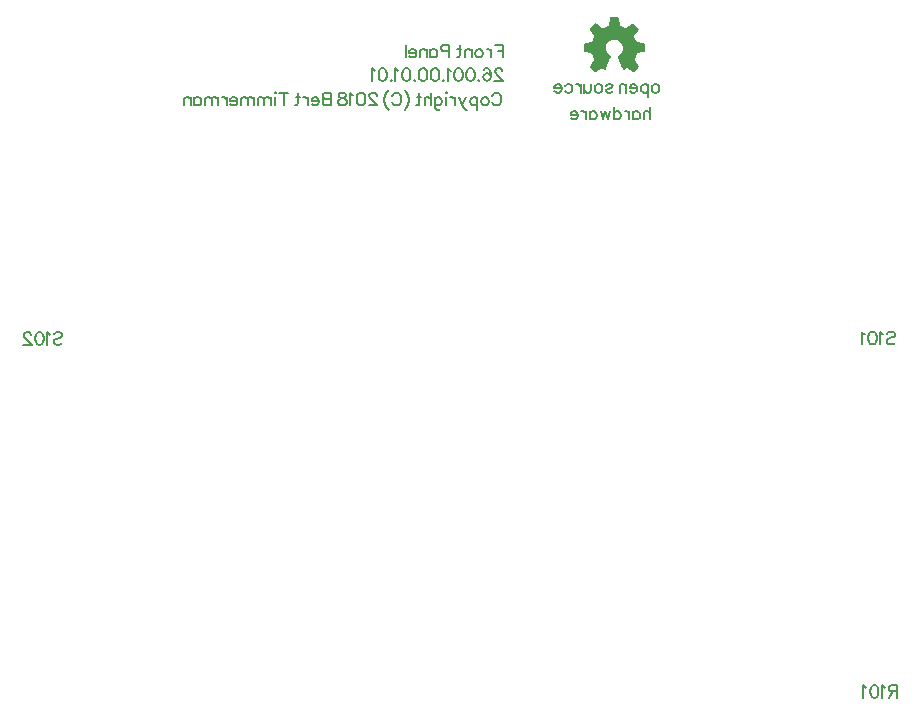
<source format=gbo>
G04 start of page 10 for group -4078 idx -4078 *
G04 Title: 26.001.00.01.01.pcb, bottomsilk *
G04 Creator: pcb 4.1.2 *
G04 CreationDate: Sat Aug 11 09:36:15 2018 UTC *
G04 For: bert *
G04 Format: Gerber/RS-274X *
G04 PCB-Dimensions (mil): 3937.01 5905.51 *
G04 PCB-Coordinate-Origin: lower left *
%MOIN*%
%FSLAX25Y25*%
%LNGBO*%
%ADD57C,0.0080*%
%ADD56C,0.0001*%
G54D56*G36*
X197304Y523131D02*X199881D01*
X199964Y523098D01*
X200011Y523022D01*
X200060Y522783D01*
X200104Y522561D01*
X200495Y520430D01*
X200542Y520342D01*
X200625Y520283D01*
X200728Y520239D01*
X201518Y519969D01*
X202268Y519611D01*
X202274D01*
X202361Y519572D01*
X202458Y519559D01*
X202556Y519589D01*
X204329Y520809D01*
X204520Y520933D01*
X204721Y521070D01*
X204807Y521094D01*
X204889Y521059D01*
X205220Y520728D01*
X205724Y520228D01*
X205882Y520065D01*
X206381Y519568D01*
X206543Y519411D01*
X206711Y519237D01*
X206750Y519152D01*
X206728Y519063D01*
X206592Y518861D01*
X206463Y518672D01*
X205274Y516935D01*
X205242Y516844D01*
X205257Y516746D01*
X205302Y516648D01*
X205985Y515041D01*
X206022Y514950D01*
X206085Y514872D01*
X206175Y514826D01*
X208214Y514444D01*
X208438Y514402D01*
X208681Y514359D01*
X208756Y514311D01*
X208785Y514228D01*
Y511652D01*
X208756Y511563D01*
X208681Y511515D01*
X208438Y511472D01*
X208214Y511430D01*
X206235Y511061D01*
X206147Y511013D01*
X206093Y510930D01*
X206065Y510870D01*
Y510859D01*
X205350Y509085D01*
X205345Y509074D01*
X205328Y509030D01*
X205311Y508930D01*
X205339Y508835D01*
X206468Y507204D01*
X206592Y507013D01*
X206733Y506811D01*
X206752Y506726D01*
X206711Y506644D01*
X206543Y506465D01*
X206381Y506307D01*
X205063Y504989D01*
X204889Y504822D01*
X204807Y504780D01*
X204721Y504798D01*
X204520Y504941D01*
X204329Y505065D01*
X202735Y506161D01*
X202636Y506191D01*
X202539Y506172D01*
X202208Y505987D01*
X202014Y505878D01*
X201667Y505700D01*
X201582Y505694D01*
X201520Y505755D01*
X201374Y506111D01*
X201286Y506319D01*
X199903Y509676D01*
X199815Y509883D01*
X199718Y510115D01*
X199714Y510211D01*
X199767Y510283D01*
X199990Y510415D01*
X200131Y510522D01*
X200667Y510969D01*
X201082Y511533D01*
X201349Y512191D01*
X201443Y512922D01*
X201385Y513496D01*
X201220Y514031D01*
X200957Y514515D01*
X200608Y514937D01*
X200188Y515287D01*
X199704Y515550D01*
X199170Y515715D01*
X198596Y515774D01*
X198021Y515715D01*
X197486Y515550D01*
X197003Y515287D01*
X196581Y514937D01*
X196233Y514515D01*
X195971Y514031D01*
X195806Y513496D01*
X195747Y512922D01*
X195840Y512191D01*
X196107Y511533D01*
X196521Y510969D01*
X197060Y510522D01*
X197196Y510415D01*
X197418Y510283D01*
X197472Y510211D01*
X197467Y510115D01*
X197370Y509883D01*
X197282Y509676D01*
X195899Y506319D01*
X195813Y506111D01*
X195665Y505755D01*
X195604Y505694D01*
X195520Y505700D01*
X195178Y505878D01*
X194977Y505987D01*
X194646Y506172D01*
X194547Y506191D01*
X194450Y506161D01*
X192856Y505065D01*
X192671Y504941D01*
X192465Y504798D01*
X192378Y504780D01*
X192296Y504822D01*
X192122Y504989D01*
X191965Y505152D01*
X191467Y505650D01*
X191304Y505809D01*
X190804Y506307D01*
X190642Y506465D01*
X190474Y506644D01*
X190435Y506726D01*
X190457Y506811D01*
X190593Y507013D01*
X190724Y507204D01*
X191846Y508835D01*
X191874Y508930D01*
X191857Y509030D01*
X191835Y509091D01*
X191125Y510865D01*
X191092Y510930D01*
X191038Y511013D01*
X190952Y511061D01*
X188971Y511430D01*
X188749Y511472D01*
X188510Y511515D01*
X188431Y511565D01*
X188402Y511652D01*
Y514228D01*
X188431Y514311D01*
X188510Y514359D01*
X188749Y514407D01*
X188971Y514444D01*
X191011Y514826D01*
X191100Y514872D01*
X191163Y514956D01*
X191200Y515041D01*
X191889Y516648D01*
X191928Y516746D01*
X191945Y516844D01*
X191917Y516935D01*
X190724Y518676D01*
X190593Y518861D01*
X190457Y519063D01*
X190435Y519152D01*
X190474Y519237D01*
X190642Y519411D01*
X190804Y519568D01*
X192296Y521059D01*
X192378Y521094D01*
X192465Y521076D01*
X192671Y520939D01*
X192856Y520809D01*
X194629Y519589D01*
X194727Y519561D01*
X194825Y519578D01*
X194911Y519611D01*
X194922Y519615D01*
X195668Y519970D01*
X196458Y520244D01*
X196561Y520283D01*
X196645Y520342D01*
X196690Y520430D01*
X197088Y522561D01*
X197125Y522783D01*
X197174Y523022D01*
X197221Y523098D01*
X197304Y523131D01*
G37*
G54D57*X161217Y505090D02*Y505290D01*
X161017Y505690D01*
X160817Y505890D01*
X160417Y506090D01*
X159617D02*X160417D01*
X159617D02*X159217Y505890D01*
X159017Y505690D01*
X158817Y505290D01*
Y504890D02*Y505290D01*
Y504890D02*X159017Y504490D01*
X159417Y503890D01*
X161417Y501890D01*
X158617D02*X161417D01*
X155017Y505490D02*X155217Y505890D01*
X155817Y506090D01*
X156217D01*
X156817Y505890D01*
X157217Y505290D01*
X157417Y504290D01*
Y503290D02*Y504290D01*
Y503290D02*X157217Y502490D01*
X156817Y502090D01*
X156217Y501890D01*
X156017D02*X156217D01*
X156017D02*X155417Y502090D01*
X155017Y502490D01*
X154817Y503090D01*
Y503290D01*
X155017Y503890D01*
X155417Y504290D01*
X156017Y504490D01*
X156217D01*
X156817Y504290D01*
X157217Y503890D01*
X157417Y503290D01*
X153417Y502290D02*X153617Y502090D01*
X153417Y501890D01*
X153217Y502090D01*
X153417Y502290D01*
X150817Y506090D02*X151417Y505890D01*
X151817Y505290D01*
X152017Y504290D01*
Y503690D02*Y504290D01*
Y503690D02*X151817Y502690D01*
X151417Y502090D01*
X150817Y501890D01*
X150417D02*X150817D01*
X150417D02*X149817Y502090D01*
X149417Y502690D01*
X149217Y503690D01*
Y504290D01*
X149417Y505290D01*
X149817Y505890D01*
X150417Y506090D01*
X150817D01*
X146817D02*X147417Y505890D01*
X147817Y505290D01*
X148017Y504290D01*
Y503690D02*Y504290D01*
Y503690D02*X147817Y502690D01*
X147417Y502090D01*
X146817Y501890D01*
X146417D02*X146817D01*
X146417D02*X145817Y502090D01*
X145417Y502690D01*
X145217Y503690D01*
Y504290D01*
X145417Y505290D01*
X145817Y505890D01*
X146417Y506090D01*
X146817D01*
X144017Y505290D02*X143617Y505490D01*
X143017Y506090D01*
Y501890D02*Y506090D01*
X141617Y502290D02*X141817Y502090D01*
X141617Y501890D01*
X141417Y502090D01*
X141617Y502290D01*
X139017Y506090D02*X139617Y505890D01*
X140017Y505290D01*
X140217Y504290D01*
Y503690D02*Y504290D01*
Y503690D02*X140017Y502690D01*
X139617Y502090D01*
X139017Y501890D01*
X138617D02*X139017D01*
X138617D02*X138017Y502090D01*
X137617Y502690D01*
X137417Y503690D01*
Y504290D01*
X137617Y505290D01*
X138017Y505890D01*
X138617Y506090D01*
X139017D01*
X135017D02*X135617Y505890D01*
X136017Y505290D01*
X136217Y504290D01*
Y503690D02*Y504290D01*
Y503690D02*X136017Y502690D01*
X135617Y502090D01*
X135017Y501890D01*
X134617D02*X135017D01*
X134617D02*X134017Y502090D01*
X133617Y502690D01*
X133417Y503690D01*
Y504290D01*
X133617Y505290D01*
X134017Y505890D01*
X134617Y506090D01*
X135017D01*
X132016Y502290D02*X132216Y502090D01*
X132016Y501890D01*
X131816Y502090D01*
X132016Y502290D01*
X129416Y506090D02*X130016Y505890D01*
X130416Y505290D01*
X130616Y504290D01*
Y503690D02*Y504290D01*
Y503690D02*X130416Y502690D01*
X130016Y502090D01*
X129416Y501890D01*
X129016D02*X129416D01*
X129016D02*X128416Y502090D01*
X128016Y502690D01*
X127816Y503690D01*
Y504290D01*
X128016Y505290D01*
X128416Y505890D01*
X129016Y506090D01*
X129416D01*
X126616Y505290D02*X126216Y505490D01*
X125616Y506090D01*
Y501890D02*Y506090D01*
X124216Y502290D02*X124416Y502090D01*
X124216Y501890D01*
X124016Y502090D01*
X124216Y502290D01*
X121616Y506090D02*X122216Y505890D01*
X122616Y505290D01*
X122816Y504290D01*
Y503690D02*Y504290D01*
Y503690D02*X122616Y502690D01*
X122216Y502090D01*
X121616Y501890D01*
X121216D02*X121616D01*
X121216D02*X120616Y502090D01*
X120216Y502690D01*
X120016Y503690D01*
Y504290D01*
X120216Y505290D01*
X120616Y505890D01*
X121216Y506090D01*
X121616D01*
X118816Y505290D02*X118416Y505490D01*
X117816Y506090D01*
Y501890D02*Y506090D01*
X157980Y496932D02*X158180Y497332D01*
X158580Y497732D01*
X158980Y497932D01*
X159780D01*
X160180Y497732D01*
X160580Y497332D01*
X160780Y496932D01*
X160980Y496332D01*
Y495332D02*Y496332D01*
Y495332D02*X160780Y494732D01*
X160580Y494332D01*
X160180Y493932D01*
X159780Y493732D01*
X158980D02*X159780D01*
X158980D02*X158580Y493932D01*
X158180Y494332D01*
X157980Y494732D01*
X155780Y496532D02*X156180Y496332D01*
X156580Y495932D01*
X156780Y495332D01*
Y494932D02*Y495332D01*
Y494932D02*X156580Y494332D01*
X156180Y493932D01*
X155780Y493732D01*
X155180D02*X155780D01*
X155180D02*X154780Y493932D01*
X154380Y494332D01*
X154180Y494932D01*
Y495332D01*
X154380Y495932D01*
X154780Y496332D01*
X155180Y496532D01*
X155780D01*
X152980Y492332D02*Y496532D01*
Y495932D02*X152580Y496332D01*
X152180Y496532D01*
X151580D02*X152180D01*
X151580D02*X151180Y496332D01*
X150780Y495932D01*
X150580Y495332D01*
Y494932D02*Y495332D01*
Y494932D02*X150780Y494332D01*
X151180Y493932D01*
X151580Y493732D01*
X152180D01*
X152580Y493932D01*
X152980Y494332D01*
X149180Y496532D02*X147980Y493732D01*
X146780Y496532D02*X147980Y493732D01*
X148380Y492932D01*
X148780Y492532D01*
X149180Y492332D01*
X149380D01*
X145580Y493732D02*Y496532D01*
Y495332D02*X145380Y495932D01*
X144980Y496332D01*
X144580Y496532D01*
X143980D02*X144580D01*
X142780Y497932D02*X142580Y497732D01*
X142380Y497932D01*
X142580Y498132D01*
X142780Y497932D01*
X142580Y493732D02*Y496532D01*
X138780Y493332D02*Y496532D01*
Y493332D02*X138980Y492732D01*
X139180Y492532D01*
X139580Y492332D01*
X140180D01*
X140580Y492532D01*
X138780Y495932D02*X139180Y496332D01*
X139580Y496532D01*
X140180D01*
X140580Y496332D01*
X140980Y495932D01*
X141180Y495332D01*
Y494932D02*Y495332D01*
Y494932D02*X140980Y494332D01*
X140580Y493932D01*
X140180Y493732D01*
X139580D02*X140180D01*
X139580D02*X139180Y493932D01*
X138780Y494332D01*
X137580Y493732D02*Y497932D01*
Y495732D02*X136980Y496332D01*
X136580Y496532D01*
X135980D02*X136580D01*
X135980D02*X135580Y496332D01*
X135380Y495732D01*
Y493732D02*Y495732D01*
X133580Y494532D02*Y497932D01*
Y494532D02*X133380Y493932D01*
X132980Y493732D01*
X132580D02*X132980D01*
X132780Y496532D02*X134180D01*
X128780Y498732D02*X129180Y498332D01*
X129580Y497732D01*
X129980Y496932D01*
X130180Y495932D01*
Y495132D02*Y495932D01*
Y495132D02*X129980Y494132D01*
X129580Y493332D01*
X129180Y492732D01*
X128780Y492332D01*
X124580Y496932D02*X124780Y497332D01*
X125180Y497732D01*
X125580Y497932D01*
X126380D01*
X126780Y497732D01*
X127180Y497332D01*
X127380Y496932D01*
X127580Y496332D01*
Y495332D02*Y496332D01*
Y495332D02*X127380Y494732D01*
X127180Y494332D01*
X126780Y493932D01*
X126380Y493732D01*
X125580D02*X126380D01*
X125580D02*X125180Y493932D01*
X124780Y494332D01*
X124580Y494732D01*
X123380Y498732D02*X122980Y498332D01*
X122580Y497732D01*
X122180Y496932D01*
X121980Y495932D01*
Y495132D02*Y495932D01*
Y495132D02*X122180Y494132D01*
X122580Y493332D01*
X122980Y492732D01*
X123380Y492332D01*
X119380Y496932D02*Y497132D01*
X119180Y497532D01*
X118980Y497732D01*
X118580Y497932D01*
X117780D02*X118580D01*
X117780D02*X117380Y497732D01*
X117180Y497532D01*
X116980Y497132D01*
Y496732D02*Y497132D01*
Y496732D02*X117180Y496332D01*
X117580Y495732D01*
X119580Y493732D01*
X116780D02*X119580D01*
X114380Y497932D02*X114980Y497732D01*
X115380Y497132D01*
X115580Y496132D01*
Y495532D02*Y496132D01*
Y495532D02*X115380Y494532D01*
X114980Y493932D01*
X114380Y493732D01*
X113980D02*X114380D01*
X113980D02*X113380Y493932D01*
X112980Y494532D01*
X112780Y495532D01*
Y496132D01*
X112980Y497132D01*
X113380Y497732D01*
X113980Y497932D01*
X114380D01*
X111580Y497132D02*X111180Y497332D01*
X110580Y497932D01*
Y493732D02*Y497932D01*
X108380D02*X108980Y497732D01*
X109180Y497332D01*
Y496932D02*Y497332D01*
Y496932D02*X108980Y496532D01*
X108580Y496332D01*
X107780Y496132D01*
X107180Y495932D01*
X106780Y495532D01*
X106580Y495132D01*
Y494532D02*Y495132D01*
Y494532D02*X106780Y494132D01*
X106980Y493932D01*
X107580Y493732D01*
X108380D01*
X108980Y493932D01*
X109180Y494132D01*
X109380Y494532D01*
Y495132D01*
X109180Y495532D01*
X108780Y495932D01*
X108180Y496132D01*
X107380Y496332D01*
X106980Y496532D01*
X106780Y496932D01*
Y497332D01*
X106980Y497732D01*
X107580Y497932D01*
X108380D01*
X104180Y493732D02*Y497932D01*
X102380D02*X104180D01*
X102380D02*X101780Y497732D01*
X101580Y497532D01*
X101380Y497132D01*
Y496732D02*Y497132D01*
Y496732D02*X101580Y496332D01*
X101780Y496132D01*
X102380Y495932D01*
X104180D01*
X102380D02*X101780Y495732D01*
X101580Y495532D01*
X101380Y495132D01*
Y494532D02*Y495132D01*
Y494532D02*X101580Y494132D01*
X101780Y493932D01*
X102380Y493732D01*
X104180D01*
X97780Y495332D02*X100180D01*
X97780D02*Y495732D01*
X97980Y496132D01*
X98180Y496332D01*
X98580Y496532D01*
X99180D01*
X99580Y496332D01*
X99980Y495932D01*
X100180Y495332D01*
Y494932D02*Y495332D01*
Y494932D02*X99980Y494332D01*
X99580Y493932D01*
X99180Y493732D01*
X98580D02*X99180D01*
X98580D02*X98180Y493932D01*
X97780Y494332D01*
X96580Y493732D02*Y496532D01*
Y495332D02*X96380Y495932D01*
X95980Y496332D01*
X95580Y496532D01*
X94980D02*X95580D01*
X93180Y494532D02*Y497932D01*
Y494532D02*X92980Y493932D01*
X92580Y493732D01*
X92180D02*X92580D01*
X92380Y496532D02*X93780D01*
X88380Y493732D02*Y497932D01*
X86980D02*X89780D01*
X85780D02*X85580Y497732D01*
X85380Y497932D01*
X85580Y498132D01*
X85780Y497932D01*
X85580Y493732D02*Y496532D01*
X84180Y493732D02*Y496532D01*
Y495732D02*X83580Y496332D01*
X83180Y496532D01*
X82580D02*X83180D01*
X82580D02*X82180Y496332D01*
X81980Y495732D01*
Y493732D02*Y495732D01*
X81380Y496332D01*
X80980Y496532D01*
X80380D02*X80980D01*
X80380D02*X79980Y496332D01*
X79780Y495732D01*
Y493732D02*Y495732D01*
X78580Y493732D02*Y496532D01*
Y495732D02*X77980Y496332D01*
X77580Y496532D01*
X76980D02*X77580D01*
X76980D02*X76580Y496332D01*
X76380Y495732D01*
Y493732D02*Y495732D01*
X75780Y496332D01*
X75380Y496532D01*
X74780D02*X75380D01*
X74780D02*X74380Y496332D01*
X74180Y495732D01*
Y493732D02*Y495732D01*
X70580Y495332D02*X72980D01*
X70580D02*Y495732D01*
X70780Y496132D01*
X70980Y496332D01*
X71380Y496532D01*
X71980D01*
X72380Y496332D01*
X72780Y495932D01*
X72980Y495332D01*
Y494932D02*Y495332D01*
Y494932D02*X72780Y494332D01*
X72380Y493932D01*
X71980Y493732D01*
X71380D02*X71980D01*
X71380D02*X70980Y493932D01*
X70580Y494332D01*
X69380Y493732D02*Y496532D01*
Y495332D02*X69180Y495932D01*
X68780Y496332D01*
X68380Y496532D01*
X67780D02*X68380D01*
X66580Y493732D02*Y496532D01*
Y495732D02*X65980Y496332D01*
X65580Y496532D01*
X64980D02*X65580D01*
X64980D02*X64580Y496332D01*
X64380Y495732D01*
Y493732D02*Y495732D01*
X63780Y496332D01*
X63380Y496532D01*
X62780D02*X63380D01*
X62780D02*X62380Y496332D01*
X62180Y495732D01*
Y493732D02*Y495732D01*
X58580Y493732D02*Y496532D01*
Y495932D02*X58980Y496332D01*
X59380Y496532D01*
X59980D01*
X60380Y496332D01*
X60780Y495932D01*
X60980Y495332D01*
Y494932D02*Y495332D01*
Y494932D02*X60780Y494332D01*
X60380Y493932D01*
X59980Y493732D01*
X59380D02*X59980D01*
X59380D02*X58980Y493932D01*
X58580Y494332D01*
X57380Y493732D02*Y496532D01*
Y495732D02*X56780Y496332D01*
X56380Y496532D01*
X55780D02*X56380D01*
X55780D02*X55380Y496332D01*
X55180Y495732D01*
Y493732D02*Y495732D01*
X212583Y500753D02*X212983Y500553D01*
X213383Y500153D01*
X213583Y499553D01*
Y499153D02*Y499553D01*
Y499153D02*X213383Y498553D01*
X212983Y498153D01*
X212583Y497953D01*
X211983D02*X212583D01*
X211983D02*X211583Y498153D01*
X211183Y498553D01*
X210983Y499153D01*
Y499553D01*
X211183Y500153D01*
X211583Y500553D01*
X211983Y500753D01*
X212583D01*
X209783Y496553D02*Y500753D01*
Y500153D02*X209383Y500553D01*
X208983Y500753D01*
X208383D02*X208983D01*
X208383D02*X207983Y500553D01*
X207583Y500153D01*
X207383Y499553D01*
Y499153D02*Y499553D01*
Y499153D02*X207583Y498553D01*
X207983Y498153D01*
X208383Y497953D01*
X208983D01*
X209383Y498153D01*
X209783Y498553D01*
X203783Y499553D02*X206183D01*
X203783D02*Y499953D01*
X203983Y500353D01*
X204183Y500553D01*
X204583Y500753D01*
X205183D01*
X205583Y500553D01*
X205983Y500153D01*
X206183Y499553D01*
Y499153D02*Y499553D01*
Y499153D02*X205983Y498553D01*
X205583Y498153D01*
X205183Y497953D01*
X204583D02*X205183D01*
X204583D02*X204183Y498153D01*
X203783Y498553D01*
X202583Y497953D02*Y500753D01*
Y499953D02*X201983Y500553D01*
X201583Y500753D01*
X200983D02*X201583D01*
X200983D02*X200583Y500553D01*
X200383Y499953D01*
Y497953D02*Y499953D01*
X195783Y500153D02*X195983Y500553D01*
X196583Y500753D01*
X197183D01*
X197783Y500553D01*
X197983Y500153D01*
X197783Y499753D01*
X197383Y499553D01*
X196383Y499353D01*
X195983Y499153D01*
X195783Y498753D01*
Y498553D02*Y498753D01*
Y498553D02*X195983Y498153D01*
X196583Y497953D01*
X197183D01*
X197783Y498153D01*
X197983Y498553D01*
X193583Y500753D02*X193983Y500553D01*
X194383Y500153D01*
X194583Y499553D01*
Y499153D02*Y499553D01*
Y499153D02*X194383Y498553D01*
X193983Y498153D01*
X193583Y497953D01*
X192983D02*X193583D01*
X192983D02*X192583Y498153D01*
X192183Y498553D01*
X191983Y499153D01*
Y499553D01*
X192183Y500153D01*
X192583Y500553D01*
X192983Y500753D01*
X193583D01*
X190783Y498753D02*Y500753D01*
Y498753D02*X190583Y498153D01*
X190183Y497953D01*
X189583D02*X190183D01*
X189583D02*X189183Y498153D01*
X188583Y498753D01*
Y497953D02*Y500753D01*
X187383Y497953D02*Y500753D01*
Y499553D02*X187183Y500153D01*
X186783Y500553D01*
X186383Y500753D01*
X185783D02*X186383D01*
X182183Y500153D02*X182583Y500553D01*
X182983Y500753D01*
X183583D01*
X183983Y500553D01*
X184383Y500153D01*
X184583Y499553D01*
Y499153D02*Y499553D01*
Y499153D02*X184383Y498553D01*
X183983Y498153D01*
X183583Y497953D01*
X182983D02*X183583D01*
X182983D02*X182583Y498153D01*
X182183Y498553D01*
X178583Y499553D02*X180983D01*
X178583D02*Y499953D01*
X178783Y500353D01*
X178983Y500553D01*
X179383Y500753D01*
X179983D01*
X180383Y500553D01*
X180783Y500153D01*
X180983Y499553D01*
Y499153D02*Y499553D01*
Y499153D02*X180783Y498553D01*
X180383Y498153D01*
X179983Y497953D01*
X179383D02*X179983D01*
X179383D02*X178983Y498153D01*
X178583Y498553D01*
X210630Y489094D02*Y493294D01*
Y491094D02*X210030Y491694D01*
X209630Y491894D01*
X209030D02*X209630D01*
X209030D02*X208630Y491694D01*
X208430Y491094D01*
Y489094D02*Y491094D01*
X204830Y489094D02*Y491894D01*
Y491294D02*X205230Y491694D01*
X205630Y491894D01*
X206230D01*
X206630Y491694D01*
X207030Y491294D01*
X207230Y490694D01*
Y490294D02*Y490694D01*
Y490294D02*X207030Y489694D01*
X206630Y489294D01*
X206230Y489094D01*
X205630D02*X206230D01*
X205630D02*X205230Y489294D01*
X204830Y489694D01*
X203630Y489094D02*Y491894D01*
Y490694D02*X203430Y491294D01*
X203030Y491694D01*
X202630Y491894D01*
X202030D02*X202630D01*
X198430Y489094D02*Y493294D01*
Y491294D02*X198830Y491694D01*
X199230Y491894D01*
X199830D01*
X200230Y491694D01*
X200630Y491294D01*
X200830Y490694D01*
Y490294D02*Y490694D01*
Y490294D02*X200630Y489694D01*
X200230Y489294D01*
X199830Y489094D01*
X199230D02*X199830D01*
X199230D02*X198830Y489294D01*
X198430Y489694D01*
X197230Y491894D02*X196430Y489094D01*
X195630Y491894D02*X196430Y489094D01*
X195630Y491894D02*X194830Y489094D01*
X194030Y491894D02*X194830Y489094D01*
X190430D02*Y491894D01*
Y491294D02*X190830Y491694D01*
X191230Y491894D01*
X191830D01*
X192230Y491694D01*
X192630Y491294D01*
X192830Y490694D01*
Y490294D02*Y490694D01*
Y490294D02*X192630Y489694D01*
X192230Y489294D01*
X191830Y489094D01*
X191230D02*X191830D01*
X191230D02*X190830Y489294D01*
X190430Y489694D01*
X189230Y489094D02*Y491894D01*
Y490694D02*X189030Y491294D01*
X188630Y491694D01*
X188230Y491894D01*
X187630D02*X188230D01*
X184030Y490694D02*X186430D01*
X184030D02*Y491094D01*
X184230Y491494D01*
X184430Y491694D01*
X184830Y491894D01*
X185430D01*
X185830Y491694D01*
X186230Y491294D01*
X186430Y490694D01*
Y490294D02*Y490694D01*
Y490294D02*X186230Y489694D01*
X185830Y489294D01*
X185430Y489094D01*
X184830D02*X185430D01*
X184830D02*X184430Y489294D01*
X184030Y489694D01*
X161417Y509764D02*Y513964D01*
X158817D02*X161417D01*
X159817Y511964D02*X161417D01*
X157617Y509764D02*Y512564D01*
Y511364D02*X157417Y511964D01*
X157017Y512364D01*
X156617Y512564D01*
X156017D02*X156617D01*
X153817D02*X154217Y512364D01*
X154617Y511964D01*
X154817Y511364D01*
Y510964D02*Y511364D01*
Y510964D02*X154617Y510364D01*
X154217Y509964D01*
X153817Y509764D01*
X153217D02*X153817D01*
X153217D02*X152817Y509964D01*
X152417Y510364D01*
X152217Y510964D01*
Y511364D01*
X152417Y511964D01*
X152817Y512364D01*
X153217Y512564D01*
X153817D01*
X151017Y509764D02*Y512564D01*
Y511764D02*X150417Y512364D01*
X150017Y512564D01*
X149417D02*X150017D01*
X149417D02*X149017Y512364D01*
X148817Y511764D01*
Y509764D02*Y511764D01*
X147017Y510564D02*Y513964D01*
Y510564D02*X146817Y509964D01*
X146417Y509764D01*
X146017D02*X146417D01*
X146217Y512564D02*X147617D01*
X143617Y509764D02*Y513964D01*
X141817D02*X143617D01*
X141817D02*X141217Y513764D01*
X141017Y513564D01*
X140817Y513164D01*
Y512564D02*Y513164D01*
Y512564D02*X141017Y512164D01*
X141217Y511964D01*
X141817Y511764D01*
X143617D01*
X137217Y509764D02*Y512564D01*
Y511964D02*X137617Y512364D01*
X138017Y512564D01*
X138617D01*
X139017Y512364D01*
X139417Y511964D01*
X139617Y511364D01*
Y510964D02*Y511364D01*
Y510964D02*X139417Y510364D01*
X139017Y509964D01*
X138617Y509764D01*
X138017D02*X138617D01*
X138017D02*X137617Y509964D01*
X137217Y510364D01*
X136017Y509764D02*Y512564D01*
Y511764D02*X135417Y512364D01*
X135017Y512564D01*
X134417D02*X135017D01*
X134417D02*X134017Y512364D01*
X133817Y511764D01*
Y509764D02*Y511764D01*
X130217Y511364D02*X132617D01*
X130217D02*Y511764D01*
X130417Y512164D01*
X130617Y512364D01*
X131017Y512564D01*
X131617D01*
X132017Y512364D01*
X132417Y511964D01*
X132617Y511364D01*
Y510964D02*Y511364D01*
Y510964D02*X132417Y510364D01*
X132017Y509964D01*
X131617Y509764D01*
X131017D02*X131617D01*
X131017D02*X130617Y509964D01*
X130217Y510364D01*
X129017Y509764D02*Y513964D01*
X11721Y417557D02*X12121Y417957D01*
X12721Y418157D01*
X13521D01*
X14121Y417957D01*
X14521Y417557D01*
Y417157D02*Y417557D01*
Y417157D02*X14321Y416757D01*
X14121Y416557D01*
X13721Y416357D01*
X12521Y415957D01*
X12121Y415757D01*
X11921Y415557D01*
X11721Y415157D01*
Y414557D02*Y415157D01*
Y414557D02*X12121Y414157D01*
X12721Y413957D01*
X13521D01*
X14121Y414157D01*
X14521Y414557D01*
X10521Y417357D02*X10121Y417557D01*
X9521Y418157D01*
Y413957D02*Y418157D01*
X7121D02*X7721Y417957D01*
X8121Y417357D01*
X8321Y416357D01*
Y415757D02*Y416357D01*
Y415757D02*X8121Y414757D01*
X7721Y414157D01*
X7121Y413957D01*
X6721D02*X7121D01*
X6721D02*X6121Y414157D01*
X5721Y414757D01*
X5521Y415757D01*
Y416357D01*
X5721Y417357D01*
X6121Y417957D01*
X6721Y418157D01*
X7121D01*
X4121Y417157D02*Y417357D01*
X3921Y417757D01*
X3721Y417957D01*
X3321Y418157D01*
X2521D02*X3321D01*
X2521D02*X2121Y417957D01*
X1921Y417757D01*
X1721Y417357D01*
Y416957D02*Y417357D01*
Y416957D02*X1921Y416557D01*
X2321Y415957D01*
X4321Y413957D01*
X1521D02*X4321D01*
X289430Y417670D02*X289830Y418070D01*
X290430Y418270D01*
X291230D01*
X291830Y418070D01*
X292230Y417670D01*
Y417270D02*Y417670D01*
Y417270D02*X292030Y416870D01*
X291830Y416670D01*
X291430Y416470D01*
X290230Y416070D01*
X289830Y415870D01*
X289630Y415670D01*
X289430Y415270D01*
Y414670D02*Y415270D01*
Y414670D02*X289830Y414270D01*
X290430Y414070D01*
X291230D01*
X291830Y414270D01*
X292230Y414670D01*
X288230Y417470D02*X287830Y417670D01*
X287230Y418270D01*
Y414070D02*Y418270D01*
X284830D02*X285430Y418070D01*
X285830Y417470D01*
X286030Y416470D01*
Y415870D02*Y416470D01*
Y415870D02*X285830Y414870D01*
X285430Y414270D01*
X284830Y414070D01*
X284430D02*X284830D01*
X284430D02*X283830Y414270D01*
X283430Y414870D01*
X283230Y415870D01*
Y416470D01*
X283430Y417470D01*
X283830Y418070D01*
X284430Y418270D01*
X284830D01*
X282030Y417470D02*X281630Y417670D01*
X281030Y418270D01*
Y414070D02*Y418270D01*
X292809Y296302D02*Y300502D01*
X291009D02*X292809D01*
X291009D02*X290409Y300302D01*
X290209Y300102D01*
X290009Y299702D01*
Y299302D02*Y299702D01*
Y299302D02*X290209Y298902D01*
X290409Y298702D01*
X291009Y298502D01*
X292809D01*
X291409D02*X290009Y296302D01*
X288809Y299702D02*X288409Y299902D01*
X287809Y300502D01*
Y296302D02*Y300502D01*
X285409D02*X286009Y300302D01*
X286409Y299702D01*
X286609Y298702D01*
Y298102D02*Y298702D01*
Y298102D02*X286409Y297102D01*
X286009Y296502D01*
X285409Y296302D01*
X285009D02*X285409D01*
X285009D02*X284409Y296502D01*
X284009Y297102D01*
X283809Y298102D01*
Y298702D01*
X284009Y299702D01*
X284409Y300302D01*
X285009Y300502D01*
X285409D01*
X282609Y299702D02*X282209Y299902D01*
X281609Y300502D01*
Y296302D02*Y300502D01*
M02*

</source>
